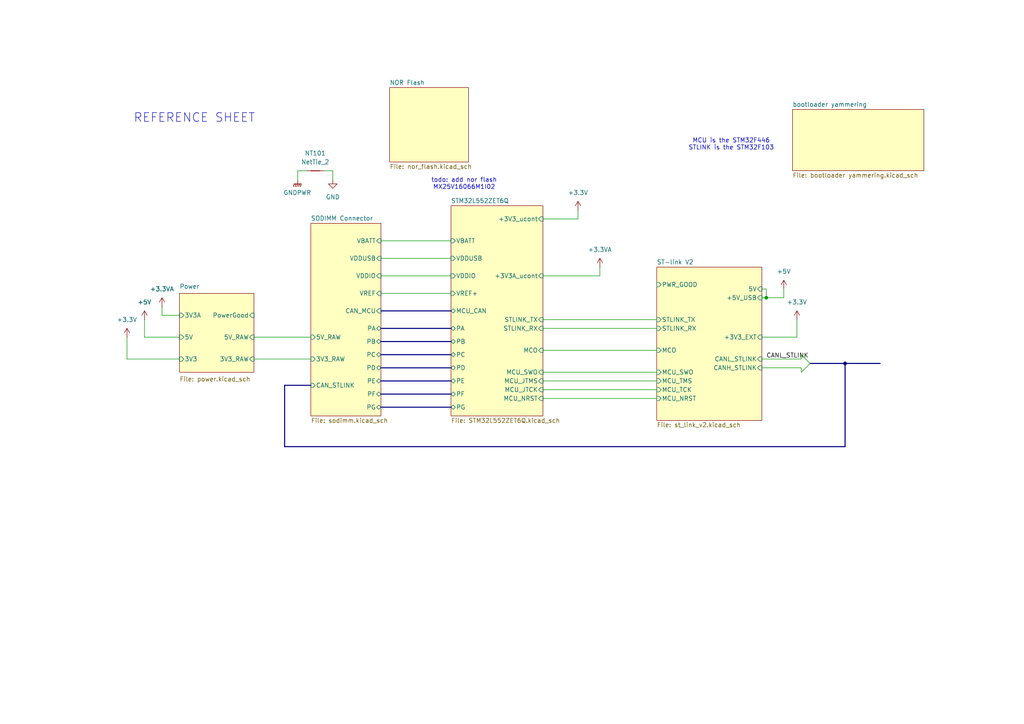
<source format=kicad_sch>
(kicad_sch (version 20250114) (generator "eeschema") (generator_version "9.0")
  (paper "A4")
  (lib_symbols
    (symbol "Device:NetTie_2" (pin_numbers (hide yes)) (pin_names (offset 0) (hide yes)) (in_bom no)
      (property "Reference" "NT" (at 0 1.27 0))
      (property "Value" "NetTie_2" (at 0 -1.27 0))
      (symbol "NetTie_2_0_1"
        (polyline (pts (xy -1.27 0) (xy 1.27 0)) (stroke (width 0.254)))
      )
      (symbol "NetTie_2_1_1"
        (pin passive line (at -2.54 0 0) (length 2.54) (name "1") (number "1"))
        (pin passive line (at 2.54 0 180) (length 2.54) (name "2") (number "2"))
      )
    )
    (symbol "power:+3.3V" (power) (pin_numbers (hide yes)) (pin_names (offset 0) (hide yes))
      (property "Value" "+3.3V" (at 0 3.556 0))
      (symbol "+3.3V_0_1"
        (polyline (pts (xy -0.762 1.27) (xy 0 2.54)))
        (polyline (pts (xy 0 2.54) (xy 0.762 1.27)))
        (polyline (pts (xy 0 0) (xy 0 2.54)))
      )
      (symbol "+3.3V_1_1"
        (pin power_in line (at 0 0 90) (length 0) (name "~") (number "1"))
      )
    )
    (symbol "power:+3.3VA" (power) (pin_numbers (hide yes)) (pin_names (offset 0) (hide yes))
      (property "Value" "+3.3VA" (at 0 3.556 0))
      (symbol "+3.3VA_0_1"
        (polyline (pts (xy -0.762 1.27) (xy 0 2.54)))
        (polyline (pts (xy 0 2.54) (xy 0.762 1.27)))
        (polyline (pts (xy 0 0) (xy 0 2.54)))
      )
      (symbol "+3.3VA_1_1"
        (pin power_in line (at 0 0 90) (length 0) (name "~") (number "1"))
      )
    )
    (symbol "power:+5V" (power) (pin_numbers (hide yes)) (pin_names (offset 0) (hide yes))
      (property "Value" "+5V" (at 0 3.556 0))
      (symbol "+5V_0_1"
        (polyline (pts (xy -0.762 1.27) (xy 0 2.54)))
        (polyline (pts (xy 0 2.54) (xy 0.762 1.27)))
        (polyline (pts (xy 0 0) (xy 0 2.54)))
      )
      (symbol "+5V_1_1"
        (pin power_in line (at 0 0 90) (length 0) (name "~") (number "1"))
      )
    )
    (symbol "power:GND" (power) (pin_numbers (hide yes)) (pin_names (offset 0) (hide yes))
      (property "Value" "GND" (at 0 -3.81 0))
      (symbol "GND_0_1"
        (polyline (pts (xy 0 0) (xy 0 -1.27) (xy 1.27 -1.27) (xy 0 -2.54) (xy -1.27 -1.27) (xy 0 -1.27)))
      )
      (symbol "GND_1_1"
        (pin power_in line (at 0 0 270) (length 0) (name "~") (number "1"))
      )
    )
    (symbol "power:GNDPWR" (power) (pin_numbers (hide yes)) (pin_names (offset 0) (hide yes))
      (property "Value" "GNDPWR" (at 0 -3.302 0))
      (symbol "GNDPWR_0_1"
        (polyline (pts (xy -1.016 -1.27) (xy -1.27 -2.032) (xy -1.27 -2.032)) (stroke (width 0.2032)))
        (polyline (pts (xy -0.508 -1.27) (xy -0.762 -2.032) (xy -0.762 -2.032)) (stroke (width 0.2032)))
        (polyline (pts (xy 0 -1.27) (xy 0 0)))
        (polyline (pts (xy 0 -1.27) (xy -0.254 -2.032) (xy -0.254 -2.032)) (stroke (width 0.2032)))
        (polyline (pts (xy 0.508 -1.27) (xy 0.254 -2.032) (xy 0.254 -2.032)) (stroke (width 0.2032)))
        (polyline (pts (xy 1.016 -1.27) (xy -1.016 -1.27) (xy -1.016 -1.27)) (stroke (width 0.2032)))
        (polyline (pts (xy 1.016 -1.27) (xy 0.762 -2.032) (xy 0.762 -2.032) (xy 0.762 -2.032)) (stroke (width 0.2032)))
      )
      (symbol "GNDPWR_1_1"
        (pin power_in line (at 0 0 270) (length 0) (name "~") (number "1"))
      )
    )
  )
  (text "REFERENCE SHEET" (at 56.388 34.29 0) (effects (font (size 2.54 2.54))))
  (text "todo: add nor flash\nMX25V16066M1I02" (at 134.62 53.34 0) (effects (font (size 1.27 1.27))))
  (text "MCU is the STM32F446\nSTLINK is the STM32F103" (at 212.09 41.91 0) (effects (font (size 1.27 1.27))))
  (junction (at 222.25 86.36))
  (junction (at 245.11 105.41))
  (bus_entry (at 232.41 102.87) (size 2.54 2.54))
  (bus_entry (at 234.95 105.41) (size -2.54 2.54))
  (wire (pts (xy 41.91 97.79) (xy 52.07 97.79)))
  (wire (pts (xy 86.36 49.53) (xy 88.9 49.53)))
  (wire (pts (xy 231.14 97.79) (xy 220.98 97.79)))
  (wire (pts (xy 46.99 91.44) (xy 52.07 91.44)))
  (wire (pts (xy 227.33 83.82) (xy 227.33 86.36)))
  (bus (pts (xy 110.49 95.25) (xy 130.81 95.25)))
  (bus (pts (xy 245.11 105.41) (xy 255.27 105.41)))
  (bus (pts (xy 110.49 102.87) (xy 130.81 102.87)))
  (wire (pts (xy 222.25 83.82) (xy 222.25 86.36)))
  (wire (pts (xy 110.49 74.93) (xy 130.81 74.93)))
  (bus (pts (xy 234.95 105.41) (xy 245.11 105.41)))
  (wire (pts (xy 157.48 110.49) (xy 190.5 110.49)))
  (wire (pts (xy 173.99 80.01) (xy 157.48 80.01)))
  (wire (pts (xy 110.49 69.85) (xy 130.81 69.85)))
  (wire (pts (xy 232.41 102.87) (xy 232.41 104.14)))
  (bus (pts (xy 110.49 118.11) (xy 130.81 118.11)))
  (bus (pts (xy 82.55 129.54) (xy 82.55 111.76)))
  (wire (pts (xy 173.99 77.47) (xy 173.99 80.01)))
  (bus (pts (xy 245.11 129.54) (xy 82.55 129.54)))
  (wire (pts (xy 157.48 115.57) (xy 190.5 115.57)))
  (bus (pts (xy 110.49 99.06) (xy 130.81 99.06)))
  (wire (pts (xy 157.48 101.6) (xy 190.5 101.6)))
  (wire (pts (xy 167.64 63.5) (xy 167.64 60.96)))
  (wire (pts (xy 231.14 92.71) (xy 231.14 97.79)))
  (wire (pts (xy 220.98 106.68) (xy 232.41 106.68)))
  (wire (pts (xy 73.66 97.79) (xy 90.17 97.79)))
  (wire (pts (xy 36.83 104.14) (xy 52.07 104.14)))
  (wire (pts (xy 110.49 80.01) (xy 130.81 80.01)))
  (wire (pts (xy 73.66 104.14) (xy 90.17 104.14)))
  (wire (pts (xy 41.91 92.71) (xy 41.91 97.79)))
  (wire (pts (xy 93.98 49.53) (xy 96.52 49.53)))
  (wire (pts (xy 232.41 104.14) (xy 220.98 104.14)))
  (bus (pts (xy 82.55 111.76) (xy 90.17 111.76)))
  (wire (pts (xy 110.49 85.09) (xy 130.81 85.09)))
  (wire (pts (xy 227.33 86.36) (xy 222.25 86.36)))
  (wire (pts (xy 157.48 107.95) (xy 190.5 107.95)))
  (wire (pts (xy 96.52 49.53) (xy 96.52 52.07)))
  (wire (pts (xy 157.48 63.5) (xy 167.64 63.5)))
  (bus (pts (xy 110.49 114.3) (xy 130.81 114.3)))
  (bus (pts (xy 245.11 105.41) (xy 245.11 129.54)))
  (bus (pts (xy 110.49 90.17) (xy 130.81 90.17)))
  (bus (pts (xy 110.49 106.68) (xy 130.81 106.68)))
  (wire (pts (xy 232.41 106.68) (xy 232.41 107.95)))
  (wire (pts (xy 157.48 92.71) (xy 190.5 92.71)))
  (wire (pts (xy 220.98 83.82) (xy 222.25 83.82)))
  (wire (pts (xy 157.48 113.03) (xy 190.5 113.03)))
  (wire (pts (xy 36.83 97.79) (xy 36.83 104.14)))
  (wire (pts (xy 86.36 52.07) (xy 86.36 49.53)))
  (wire (pts (xy 46.99 88.9) (xy 46.99 91.44)))
  (bus (pts (xy 110.49 110.49) (xy 130.81 110.49)))
  (wire (pts (xy 222.25 86.36) (xy 220.98 86.36)))
  (wire (pts (xy 157.48 95.25) (xy 190.5 95.25)))
  (label "CANL_STLINK" (at 222.25 104.14 0))
  (symbol (lib_id "power:+3.3V") (at 167.64 60.96 0) (unit 1)
    (property "Reference" "#PWR0106" (effects (hide yes)))
    (property "Value" "+3.3V" (at 167.64 55.88 0))
    (property "Description" "Power symbol creates a global label with name \"+3.3V\"" (effects (hide yes)))
  )
  (symbol (lib_id "power:GND") (at 96.52 52.07 0) (unit 1)
    (property "Reference" "#PWR0105" (effects (hide yes)))
    (property "Value" "GND" (at 96.52 57.15 0))
    (property "Description" "Power symbol creates a global label with name \"GND\" , ground" (effects (hide yes)))
  )
  (symbol (lib_id "power:+5V") (at 41.91 92.71 0) (mirror y) (unit 1)
    (property "Reference" "#PWR0102" (effects (hide yes)))
    (property "Value" "+5V" (at 41.91 87.63 0))
    (property "Description" "Power symbol creates a global label with name \"+5V\"" (effects (hide yes)))
  )
  (symbol (lib_id "Device:NetTie_2") (at 91.44 49.53 0) (unit 1) (in_bom no)
    (property "Reference" "NT101" (at 91.44 44.45 0))
    (property "Value" "NetTie_2" (at 91.44 46.99 0))
    (property "Description" "Net tie, 2 pins" (effects (hide yes)))
  )
  (symbol (lib_id "power:GNDPWR") (at 86.36 52.07 0) (unit 1)
    (property "Reference" "#PWR0104" (effects (hide yes)))
    (property "Value" "GNDPWR" (at 86.233 55.88 0))
    (property "Description" "Power symbol creates a global label with name \"GNDPWR\" , global ground" (effects (hide yes)))
  )
  (symbol (lib_id "power:+3.3VA") (at 173.99 77.47 0) (unit 1)
    (property "Reference" "#PWR0107" (effects (hide yes)))
    (property "Value" "+3.3VA" (at 173.99 72.39 0))
    (property "Description" "Power symbol creates a global label with name \"+3.3VA\"" (effects (hide yes)))
  )
  (symbol (lib_id "power:+3.3VA") (at 46.99 88.9 0) (mirror y) (unit 1)
    (property "Reference" "#PWR0103" (effects (hide yes)))
    (property "Value" "+3.3VA" (at 46.99 83.82 0))
    (property "Description" "Power symbol creates a global label with name \"+3.3VA\"" (effects (hide yes)))
  )
  (symbol (lib_id "power:+5V") (at 227.33 83.82 0) (unit 1)
    (property "Reference" "#PWR0108" (effects (hide yes)))
    (property "Value" "+5V" (at 227.33 78.74 0))
    (property "Description" "Power symbol creates a global label with name \"+5V\"" (effects (hide yes)))
  )
  (symbol (lib_id "power:+3.3V") (at 231.14 92.71 0) (unit 1)
    (property "Reference" "#PWR0109" (effects (hide yes)))
    (property "Value" "+3.3V" (at 231.14 87.63 0))
    (property "Description" "Power symbol creates a global label with name \"+3.3V\"" (effects (hide yes)))
  )
  (symbol (lib_id "power:+3.3V") (at 36.83 97.79 0) (mirror y) (unit 1)
    (property "Reference" "#PWR0101" (effects (hide yes)))
    (property "Value" "+3.3V" (at 36.83 92.71 0))
    (property "Description" "Power symbol creates a global label with name \"+3.3V\"" (effects (hide yes)))
  )
  (sheet (at 52.07 85.09) (size 21.59 22.86) (stroke (width 0.1524)) (fill (color 255 255 194 1.0000))
    (property "Sheetname" "Power" (at 52.07 83.82 0) (effects (justify left bottom)))
    (property "Sheetfile" "power.kicad_sch" (at 52.07 109.22 0) (effects (justify left top)))
    (pin "5V_RAW" input (at 73.66 97.79 0))
    (pin "3V3" input (at 52.07 104.14 180))
    (pin "3V3_RAW" input (at 73.66 104.14 0))
    (pin "5V" input (at 52.07 97.79 180))
    (pin "3V3A" input (at 52.07 91.44 180))
    (pin "PowerGood" input (at 73.66 91.44 0))
  )
  (sheet (at 113.03 25.4) (size 22.86 21.59) (stroke (width 0.1524) (color 132 0 0 1)) (fill (color 255 255 194 1.0000))
    (property "Sheetname" "NOR Flash" (at 113.03 24.6884 0) (effects (justify left bottom)))
    (property "Sheetfile" "nor_flash.kicad_sch" (at 113.03 47.5746 0) (effects (justify left top)))
  )
  (sheet (at 190.5 77.47) (size 30.48 44.45) (stroke (width 0.1524)) (fill (color 255 255 194 1.0000))
    (property "Sheetname" "ST-link V2" (at 190.5 76.7584 0) (effects (justify left bottom)))
    (property "Sheetfile" "st_link_v2.kicad_sch" (at 190.5 122.5046 0) (effects (justify left top)))
    (pin "+3V3_EXT" input (at 220.98 97.79 0))
    (pin "STLINK_RX" input (at 190.5 95.25 180))
    (pin "PWR_GOOD" input (at 190.5 82.55 180))
    (pin "STLINK_TX" input (at 190.5 92.71 180))
    (pin "+5V_USB" input (at 220.98 86.36 0))
    (pin "MCO" input (at 190.5 101.6 180))
    (pin "CANL_STLINK" input (at 220.98 104.14 0))
    (pin "CANH_STLINK" input (at 220.98 106.68 0))
    (pin "MCU_SWO" input (at 190.5 107.95 180))
    (pin "MCU_TCK" input (at 190.5 113.03 180))
    (pin "MCU_TMS" input (at 190.5 110.49 180))
    (pin "MCU_NRST" input (at 190.5 115.57 180))
    (pin "5V" input (at 220.98 83.82 0))
  )
  (sheet (at 130.81 59.69) (size 26.67 60.96) (stroke (width 0.1524)) (fill (color 255 255 194 1.0000))
    (property "Sheetname" "STM32L552ZET6Q" (at 130.81 58.9784 0) (effects (justify left bottom)))
    (property "Sheetfile" "STM32L552ZET6Q.kicad_sch" (at 130.81 121.2346 0) (effects (justify left top)))
    (pin "STLINK_TX" input (at 157.48 92.71 0))
    (pin "STLINK_RX" input (at 157.48 95.25 0))
    (pin "MCU_JTMS" input (at 157.48 110.49 0))
    (pin "MCU_JTCK" input (at 157.48 113.03 0))
    (pin "MCO" input (at 157.48 101.6 0))
    (pin "MCU_NRST" input (at 157.48 115.57 0))
    (pin "MCU_SWO" input (at 157.48 107.95 0))
    (pin "+3V3A_ucont" input (at 157.48 80.01 0))
    (pin "PE" bidirectional (at 130.81 110.49 180))
    (pin "VREF+" input (at 130.81 85.09 180))
    (pin "VDDIO" input (at 130.81 80.01 180))
    (pin "MCU_CAN" bidirectional (at 130.81 90.17 180))
    (pin "PG" bidirectional (at 130.81 118.11 180))
    (pin "VDDUSB" input (at 130.81 74.93 180))
    (pin "PC" bidirectional (at 130.81 102.87 180))
    (pin "PD" bidirectional (at 130.81 106.68 180))
    (pin "PA" bidirectional (at 130.81 95.25 180))
    (pin "PB" bidirectional (at 130.81 99.06 180))
    (pin "PF" bidirectional (at 130.81 114.3 180))
    (pin "+3V3_ucont" input (at 157.48 63.5 0))
    (pin "VBATT" input (at 130.81 69.85 180))
  )
  (sheet (at 229.87 31.75) (size 38.1 17.78) (stroke (width 0.1524) (color 132 0 0 1)) (fill (color 255 255 194 1.0000))
    (property "Sheetname" "bootloader yammering" (at 229.87 31.0384 0) (effects (justify left bottom)))
    (property "Sheetfile" "bootloader yammering.kicad_sch" (at 229.87 50.1146 0) (effects (justify left top)))
  )
  (sheet (at 90.17 64.77) (size 20.32 55.88) (stroke (width 0.1524)) (fill (color 255 255 194 1.0000))
    (property "Sheetname" "SODIMM Connector" (at 90.17 64.0584 0) (effects (justify left bottom)))
    (property "Sheetfile" "sodimm.kicad_sch" (at 90.17 121.2346 0) (effects (justify left top)))
    (pin "5V_RAW" input (at 90.17 97.79 180))
    (pin "PD" bidirectional (at 110.49 106.68 0))
    (pin "CAN_MCU" input (at 110.49 90.17 0))
    (pin "PF" bidirectional (at 110.49 114.3 0))
    (pin "PG" bidirectional (at 110.49 118.11 0))
    (pin "PA" bidirectional (at 110.49 95.25 0))
    (pin "CAN_STLINK" input (at 90.17 111.76 180))
    (pin "PC" bidirectional (at 110.49 102.87 0))
    (pin "PB" bidirectional (at 110.49 99.06 0))
    (pin "PE" bidirectional (at 110.49 110.49 0))
    (pin "3V3_RAW" input (at 90.17 104.14 180))
    (pin "VDDUSB" input (at 110.49 74.93 0))
    (pin "VDDIO" input (at 110.49 80.01 0))
    (pin "VREF" input (at 110.49 85.09 0))
    (pin "VBATT" input (at 110.49 69.85 0))
  )
)
</source>
